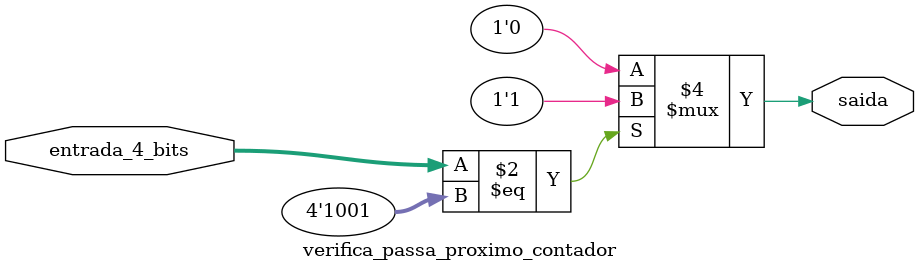
<source format=v>
module verifica_passa_proximo_contador(
    input [3:0] entrada_4_bits,  // Entrada de 4 bits
    output reg saida            // Saída do contador
);

always @* begin
    if (entrada_4_bits == 4'b1001) // Se a entrada for 0000
        saida = 1; // Saída é 1
    else
        saida = 0; // Caso contrário, saída é 0
end

endmodule 
</source>
